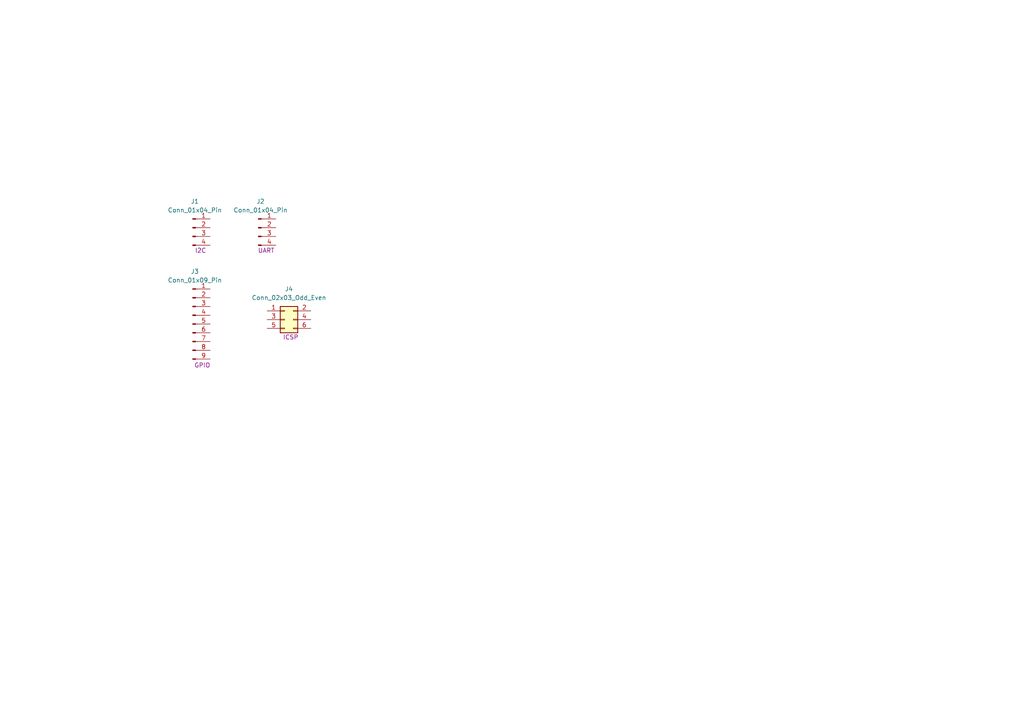
<source format=kicad_sch>
(kicad_sch (version 20231120) (generator "eeschema") (generator_version "8.0")
  (paper "A4")
  (lib_symbols
    (symbol "Connector:Conn_01x04_Pin" (pin_names (offset 1.016) hide)
      (property "Reference" "J" (at 0 5.08 0))
      (property "Value" "Conn_01x04_Pin" (at 0 -7.62 0))
      (symbol "Conn_01x04_Pin_1_1"
        (polyline (pts (xy 1.27 -5.08) (xy 0.8636 -5.08)) (stroke (width 0.1524)))
        (polyline (pts (xy 1.27 -2.54) (xy 0.8636 -2.54)) (stroke (width 0.1524)))
        (polyline (pts (xy 1.27 0) (xy 0.8636 0)) (stroke (width 0.1524)))
        (polyline (pts (xy 1.27 2.54) (xy 0.8636 2.54)) (stroke (width 0.1524)))
        (rectangle (start 0.8636 -4.953) (end 0 -5.207) (stroke (width 0.1524)) (fill (type outline)))
        (rectangle (start 0.8636 -2.413) (end 0 -2.667) (stroke (width 0.1524)) (fill (type outline)))
        (rectangle (start 0.8636 0.127) (end 0 -0.127) (stroke (width 0.1524)) (fill (type outline)))
        (rectangle (start 0.8636 2.667) (end 0 2.413) (stroke (width 0.1524)) (fill (type outline)))
        (pin passive line (at 5.08 2.54 180) (length 3.81) (name "Pin_1") (number "1"))
        (pin passive line (at 5.08 0 180) (length 3.81) (name "Pin_2") (number "2"))
        (pin passive line (at 5.08 -2.54 180) (length 3.81) (name "Pin_3") (number "3"))
        (pin passive line (at 5.08 -5.08 180) (length 3.81) (name "Pin_4") (number "4"))
      )
    )
    (symbol "Connector:Conn_01x09_Pin" (pin_names (offset 1.016) hide)
      (property "Reference" "J" (at 0 12.7 0))
      (property "Value" "Conn_01x09_Pin" (at 0 -12.7 0))
      (symbol "Conn_01x09_Pin_1_1"
        (polyline (pts (xy 1.27 -10.16) (xy 0.8636 -10.16)) (stroke (width 0.1524)))
        (polyline (pts (xy 1.27 -7.62) (xy 0.8636 -7.62)) (stroke (width 0.1524)))
        (polyline (pts (xy 1.27 -5.08) (xy 0.8636 -5.08)) (stroke (width 0.1524)))
        (polyline (pts (xy 1.27 -2.54) (xy 0.8636 -2.54)) (stroke (width 0.1524)))
        (polyline (pts (xy 1.27 0) (xy 0.8636 0)) (stroke (width 0.1524)))
        (polyline (pts (xy 1.27 2.54) (xy 0.8636 2.54)) (stroke (width 0.1524)))
        (polyline (pts (xy 1.27 5.08) (xy 0.8636 5.08)) (stroke (width 0.1524)))
        (polyline (pts (xy 1.27 7.62) (xy 0.8636 7.62)) (stroke (width 0.1524)))
        (polyline (pts (xy 1.27 10.16) (xy 0.8636 10.16)) (stroke (width 0.1524)))
        (rectangle (start 0.8636 -10.033) (end 0 -10.287) (stroke (width 0.1524)) (fill (type outline)))
        (rectangle (start 0.8636 -7.493) (end 0 -7.747) (stroke (width 0.1524)) (fill (type outline)))
        (rectangle (start 0.8636 -4.953) (end 0 -5.207) (stroke (width 0.1524)) (fill (type outline)))
        (rectangle (start 0.8636 -2.413) (end 0 -2.667) (stroke (width 0.1524)) (fill (type outline)))
        (rectangle (start 0.8636 0.127) (end 0 -0.127) (stroke (width 0.1524)) (fill (type outline)))
        (rectangle (start 0.8636 2.667) (end 0 2.413) (stroke (width 0.1524)) (fill (type outline)))
        (rectangle (start 0.8636 5.207) (end 0 4.953) (stroke (width 0.1524)) (fill (type outline)))
        (rectangle (start 0.8636 7.747) (end 0 7.493) (stroke (width 0.1524)) (fill (type outline)))
        (rectangle (start 0.8636 10.287) (end 0 10.033) (stroke (width 0.1524)) (fill (type outline)))
        (pin passive line (at 5.08 10.16 180) (length 3.81) (name "Pin_1") (number "1"))
        (pin passive line (at 5.08 7.62 180) (length 3.81) (name "Pin_2") (number "2"))
        (pin passive line (at 5.08 5.08 180) (length 3.81) (name "Pin_3") (number "3"))
        (pin passive line (at 5.08 2.54 180) (length 3.81) (name "Pin_4") (number "4"))
        (pin passive line (at 5.08 0 180) (length 3.81) (name "Pin_5") (number "5"))
        (pin passive line (at 5.08 -2.54 180) (length 3.81) (name "Pin_6") (number "6"))
        (pin passive line (at 5.08 -5.08 180) (length 3.81) (name "Pin_7") (number "7"))
        (pin passive line (at 5.08 -7.62 180) (length 3.81) (name "Pin_8") (number "8"))
        (pin passive line (at 5.08 -10.16 180) (length 3.81) (name "Pin_9") (number "9"))
      )
    )
    (symbol "Connector_Generic:Conn_02x03_Odd_Even" (pin_names (offset 1.016) hide)
      (property "Reference" "J" (at 1.27 5.08 0))
      (property "Value" "Conn_02x03_Odd_Even" (at 1.27 -5.08 0))
      (symbol "Conn_02x03_Odd_Even_1_1"
        (rectangle (start -1.27 -2.413) (end 0 -2.667) (stroke (width 0.1524)))
        (rectangle (start -1.27 0.127) (end 0 -0.127) (stroke (width 0.1524)))
        (rectangle (start -1.27 2.667) (end 0 2.413) (stroke (width 0.1524)))
        (rectangle (start -1.27 3.81) (end 3.81 -3.81) (stroke (width 0.254)) (fill (type background)))
        (rectangle (start 3.81 -2.413) (end 2.54 -2.667) (stroke (width 0.1524)))
        (rectangle (start 3.81 0.127) (end 2.54 -0.127) (stroke (width 0.1524)))
        (rectangle (start 3.81 2.667) (end 2.54 2.413) (stroke (width 0.1524)))
        (pin passive line (at -5.08 2.54 0) (length 3.81) (name "Pin_1") (number "1"))
        (pin passive line (at 7.62 2.54 180) (length 3.81) (name "Pin_2") (number "2"))
        (pin passive line (at -5.08 0 0) (length 3.81) (name "Pin_3") (number "3"))
        (pin passive line (at 7.62 0 180) (length 3.81) (name "Pin_4") (number "4"))
        (pin passive line (at -5.08 -2.54 0) (length 3.81) (name "Pin_5") (number "5"))
        (pin passive line (at 7.62 -2.54 180) (length 3.81) (name "Pin_6") (number "6"))
      )
    )
  )
  (symbol (lib_id "Connector:Conn_01x04_Pin") (at 74.93 66.04 0) (unit 1)
    (property "Reference" "J2" (at 75.565 58.42 0))
    (property "Value" "Conn_01x04_Pin" (at 75.565 60.96 0))
    (property "Footprint" "Connector_PinHeader_2.54mm:PinHeader_1x04_P2.54mm_Vertical" (effects (hide yes)))
    (property "Description" "Generic connector, single row, 01x04, script generated" (effects (hide yes)))
    (property "Purpose" "UART" (at 77.216 72.644 0))
  )
  (symbol (lib_id "Connector:Conn_01x09_Pin") (at 55.88 93.98 0) (unit 1)
    (property "Reference" "J3" (at 56.515 78.74 0))
    (property "Value" "Conn_01x09_Pin" (at 56.515 81.28 0))
    (property "Footprint" "Connector_PinHeader_2.54mm:PinHeader_1x09_P2.54mm_Vertical" (effects (hide yes)))
    (property "Description" "Generic connector, single row, 01x09, script generated" (effects (hide yes)))
    (property "Purpose" "GPIO" (at 58.674 105.918 0))
  )
  (symbol (lib_id "Connector:Conn_01x04_Pin") (at 55.88 66.04 0) (unit 1)
    (property "Reference" "J1" (at 56.515 58.42 0))
    (property "Value" "Conn_01x04_Pin" (at 56.515 60.96 0))
    (property "Footprint" "Connector_PinHeader_2.54mm:PinHeader_1x04_P2.54mm_Vertical" (effects (hide yes)))
    (property "Description" "Generic connector, single row, 01x04, script generated" (effects (hide yes)))
    (property "Purpose" "I2C" (at 58.166 72.644 0))
  )
  (symbol (lib_id "Connector_Generic:Conn_02x03_Odd_Even") (at 82.55 92.71 0) (unit 1)
    (property "Reference" "J4" (at 83.82 83.82 0))
    (property "Value" "Conn_02x03_Odd_Even" (at 83.82 86.36 0))
    (property "Footprint" "Connector_PinHeader_2.54mm:PinHeader_2x03_P2.54mm_Vertical" (effects (hide yes)))
    (property "Description" "Generic connector, double row, 02x03, odd/even pin numbering scheme (row 1 odd numbers, row 2 even numbers), script generated (kicad-library-utils/schlib/autogen/connector/)" (effects (hide yes)))
    (property "Purpose" "ICSP" (at 84.328 97.79 0))
  )
)
</source>
